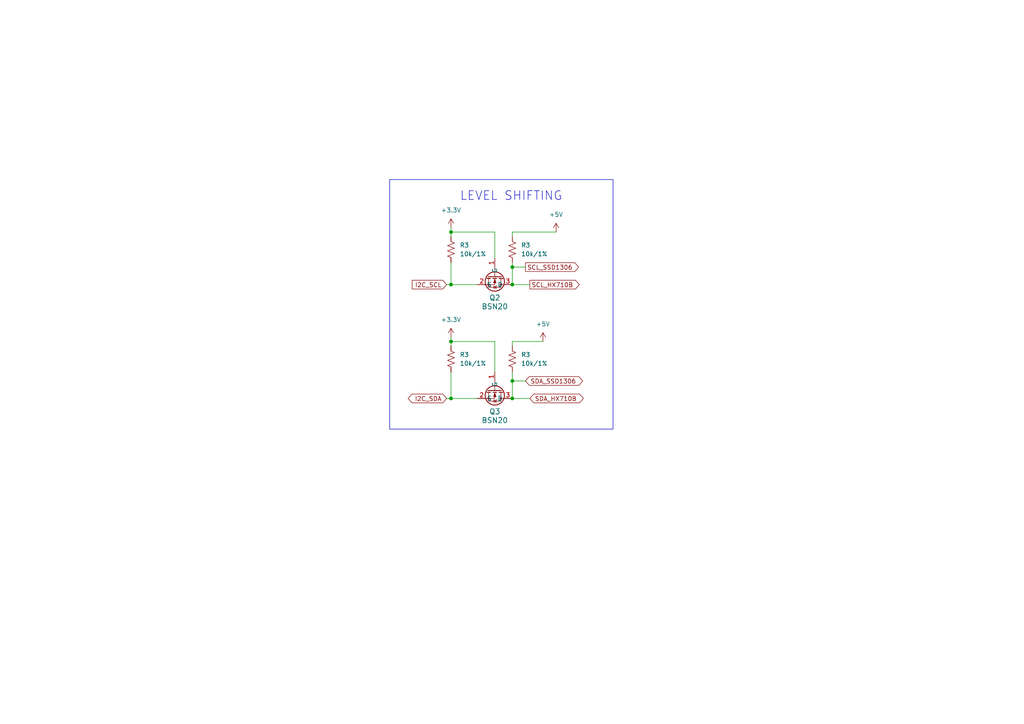
<source format=kicad_sch>
(kicad_sch (version 20230121) (generator eeschema)
  (paper "A4")
  (title_block (title "LEVEL SHIFTING") (date "2023-12-12"))
  (lib_symbols
    (symbol "BSN20BKR:BSN20" (pin_names (offset 0.254))
      (property "Reference" "Q" (at 10.16 1.27 0))
      (property "Value" "BSN20" (at 10.16 -1.27 0))
      (symbol "BSN20_0_1"
        (polyline (pts (xy 1.524 0) (xy -1.27 0)))
        (polyline (pts (xy 1.524 1.905) (xy 1.524 -1.905)) (stroke (width 0.254)))
        (polyline (pts (xy 2.032 -1.27) (xy 2.032 -2.286)) (stroke (width 0.254)))
        (polyline (pts (xy 2.032 0.508) (xy 2.032 -0.508)) (stroke (width 0.254)))
        (polyline (pts (xy 2.032 2.286) (xy 2.032 1.27)) (stroke (width 0.254)))
        (polyline (pts (xy 3.81 2.54) (xy 3.81 1.778)))
        (polyline (pts (xy 3.81 -2.54) (xy 3.81 0) (xy 2.032 0)))
        (polyline (pts (xy 2.032 -1.778) (xy 4.572 -1.778) (xy 4.572 1.778) (xy 2.032 1.778)))
        (polyline (pts (xy 2.286 0) (xy 3.302 0.381) (xy 3.302 -0.381) (xy 2.286 0)) (fill (type outline)))
        (polyline (pts (xy 4.064 0.508) (xy 4.191 0.381) (xy 4.953 0.381) (xy 5.08 0.254)))
        (polyline (pts (xy 4.572 0.381) (xy 4.191 -0.254) (xy 4.953 -0.254) (xy 4.572 0.381)))
        (circle (center 2.921 0) (radius 2.794) (stroke (width 0.254)))
        (circle (center 3.81 -1.778) (radius 0.254) (fill (type outline)))
        (circle (center 3.81 1.778) (radius 0.254) (fill (type outline)))
      )
      (symbol "BSN20_1_1"
        (pin input line (at -3.81 0 0) (length 2.54) (name "G") (number "1"))
        (pin passive line (at 3.81 -5.08 90) (length 2.54) (name "S") (number "2"))
        (pin passive line (at 3.81 5.08 270) (length 2.54) (name "D") (number "3"))
      )
    )
    (symbol "Device:R_US" (pin_numbers hide) (pin_names (offset 0))
      (property "Reference" "R" (at 2.54 0 90))
      (property "Value" "R_US" (at -2.54 0 90))
      (symbol "R_US_0_1"
        (polyline (pts (xy 0 -2.286) (xy 0 -2.54)))
        (polyline (pts (xy 0 2.286) (xy 0 2.54)))
        (polyline (pts (xy 0 -0.762) (xy 1.016 -1.143) (xy 0 -1.524) (xy -1.016 -1.905) (xy 0 -2.286)))
        (polyline (pts (xy 0 0.762) (xy 1.016 0.381) (xy 0 0) (xy -1.016 -0.381) (xy 0 -0.762)))
        (polyline (pts (xy 0 2.286) (xy 1.016 1.905) (xy 0 1.524) (xy -1.016 1.143) (xy 0 0.762)))
      )
      (symbol "R_US_1_1"
        (pin passive line (at 0 3.81 270) (length 1.27) (name "~") (number "1"))
        (pin passive line (at 0 -3.81 90) (length 1.27) (name "~") (number "2"))
      )
    )
    (symbol "power:+3.3V" (power) (pin_names (offset 0))
      (property "Value" "+3.3V" (at 0 3.556 0))
      (symbol "+3.3V_0_1"
        (polyline (pts (xy -0.762 1.27) (xy 0 2.54)))
        (polyline (pts (xy 0 0) (xy 0 2.54)))
        (polyline (pts (xy 0 2.54) (xy 0.762 1.27)))
      )
      (symbol "+3.3V_1_1"
        (pin power_in line (at 0 0 90) (length 0) hide (name "+3.3V") (number "1"))
      )
    )
    (symbol "power:+5V" (power) (pin_names (offset 0))
      (property "Value" "+5V" (at 0 3.556 0))
      (symbol "+5V_0_1"
        (polyline (pts (xy -0.762 1.27) (xy 0 2.54)))
        (polyline (pts (xy 0 0) (xy 0 2.54)))
        (polyline (pts (xy 0 2.54) (xy 0.762 1.27)))
      )
      (symbol "+5V_1_1"
        (pin power_in line (at 0 0 90) (length 0) hide (name "+5V") (number "1"))
      )
    )
  )
  (junction (at 148.59 115.57))
  (junction (at 148.59 77.47))
  (junction (at 130.81 82.55))
  (junction (at 130.81 99.06))
  (junction (at 148.59 110.49))
  (junction (at 148.59 82.55))
  (junction (at 130.81 67.31))
  (junction (at 130.81 115.57))
  (wire (pts (xy 129.54 115.57) (xy 130.81 115.57)))
  (wire (pts (xy 130.81 76.2) (xy 130.81 82.55)))
  (wire (pts (xy 148.59 99.06) (xy 148.59 100.33)))
  (wire (pts (xy 148.59 76.2) (xy 148.59 77.47)))
  (wire (pts (xy 152.4 77.47) (xy 148.59 77.47)))
  (wire (pts (xy 129.54 82.55) (xy 130.81 82.55)))
  (wire (pts (xy 148.59 67.31) (xy 148.59 68.58)))
  (wire (pts (xy 153.67 115.57) (xy 148.59 115.57)))
  (wire (pts (xy 148.59 110.49) (xy 152.4 110.49)))
  (wire (pts (xy 143.51 99.06) (xy 130.81 99.06)))
  (wire (pts (xy 161.29 67.31) (xy 148.59 67.31)))
  (wire (pts (xy 130.81 97.79) (xy 130.81 99.06)))
  (wire (pts (xy 143.51 67.31) (xy 130.81 67.31)))
  (wire (pts (xy 143.51 67.31) (xy 143.51 74.93)))
  (wire (pts (xy 130.81 66.04) (xy 130.81 67.31)))
  (wire (pts (xy 138.43 115.57) (xy 130.81 115.57)))
  (wire (pts (xy 143.51 99.06) (xy 143.51 107.95)))
  (wire (pts (xy 148.59 107.95) (xy 148.59 110.49)))
  (wire (pts (xy 130.81 82.55) (xy 138.43 82.55)))
  (wire (pts (xy 148.59 77.47) (xy 148.59 82.55)))
  (wire (pts (xy 157.48 99.06) (xy 148.59 99.06)))
  (wire (pts (xy 130.81 67.31) (xy 130.81 68.58)))
  (wire (pts (xy 153.67 82.55) (xy 148.59 82.55)))
  (wire (pts (xy 130.81 107.95) (xy 130.81 115.57)))
  (wire (pts (xy 148.59 110.49) (xy 148.59 115.57)))
  (wire (pts (xy 130.81 99.06) (xy 130.81 100.33)))
  (rectangle (start 113.03 52.07) (end 177.8 124.46))
  (text "LEVEL SHIFTING\n" (at 133.35 58.42 0) (effects (font (size 2.54 2.54)) (justify left bottom)))
  (global_label "I2C_SDA" (shape bidirectional) (at 129.54 115.57 180) (property "Intersheetrefs" "${INTERSHEET_REFS}" (effects hide)))
  (global_label "SDA_HX710B" (shape bidirectional) (at 153.67 115.57 0) (property "Intersheetrefs" "${INTERSHEET_REFS}" (effects hide)))
  (global_label "SDA_SSD1306" (shape bidirectional) (at 152.4 110.49 0) (property "Intersheetrefs" "${INTERSHEET_REFS}" (effects hide)))
  (global_label "I2C_SCL" (shape input) (at 129.54 82.55 180) (property "Intersheetrefs" "${INTERSHEET_REFS}" (effects hide)))
  (global_label "SCL_HX710B" (shape output) (at 153.67 82.55 0) (property "Intersheetrefs" "${INTERSHEET_REFS}" (effects hide)))
  (global_label "SCL_SSD1306" (shape output) (at 152.4 77.47 0) (property "Intersheetrefs" "${INTERSHEET_REFS}" (effects hide)))
  (symbol (lib_id "power:+3.3V") (at 130.81 97.79 0) (unit 1)
    (property "Reference" "#PWR070" (effects hide))
    (property "Value" "+3.3V" (at 130.81 92.71 0))
    (instances (project "Brightness_Meter" (path "" (reference "#PWR070") (unit 1)) (path "" (reference "#PWR072") (unit 1)) (path "" (reference "#PWR072") (unit 1))))
  )
  (symbol (lib_id "BSN20BKR:BSN20") (at 143.51 78.74 270) (unit 1)
    (property "Reference" "Q2" (at 143.51 86.36 90) (effects (font (size 1.524 1.524))))
    (property "Value" "BSN20" (at 143.51 88.9 90) (effects (font (size 1.524 1.524))))
    (property "Footprint" "BSN20BKR:SOT23_NEX" (effects hide))
    (property "Datasheet" "BSN20" (effects hide))
    (property "URL" "https://www.thegioiic.com/bsn20bkr-mosfet-kenh-n-50v-173ma-sot-23" (effects hide))
    (instances (project "Brightness_Meter" (path "" (reference "Q2") (unit 1)) (path "" (reference "Q4") (unit 1)) (path "" (reference "Q4") (unit 1))))
  )
  (symbol (lib_id "Device:R_US") (at 130.81 104.14 0) (unit 1)
    (property "Reference" "R3" (at 133.35 102.87 0) (effects (justify left)))
    (property "Value" "10k/1%" (at 133.35 105.41 0) (effects (justify left)))
    (property "Footprint" "Resistor_SMD:R_0603_1608Metric_Pad0.98x0.95mm_HandSolder" (effects hide))
    (property "URL" "https://www.thegioiic.com/dien-tro-10-kohm-0603-1-" (effects hide))
    (instances (project "Brightness_Meter" (path "" (reference "R3") (unit 1)) (path "" (reference "R39") (unit 1)) (path "" (reference "R41") (unit 1)) (path "" (reference "R41") (unit 1))))
  )
  (symbol (lib_id "Device:R_US") (at 148.59 72.39 0) (unit 1)
    (property "Reference" "R3" (at 151.13 71.12 0) (effects (justify left)))
    (property "Value" "10k/1%" (at 151.13 73.66 0) (effects (justify left)))
    (property "Footprint" "Resistor_SMD:R_0603_1608Metric_Pad0.98x0.95mm_HandSolder" (effects hide))
    (property "URL" "https://www.thegioiic.com/dien-tro-10-kohm-0603-1-" (effects hide))
    (instances (project "Brightness_Meter" (path "" (reference "R3") (unit 1)) (path "" (reference "R10") (unit 1)) (path "" (reference "R9") (unit 1))))
  )
  (symbol (lib_id "Device:R_US") (at 148.59 104.14 0) (unit 1)
    (property "Reference" "R3" (at 151.13 102.87 0) (effects (justify left)))
    (property "Value" "10k/1%" (at 151.13 105.41 0) (effects (justify left)))
    (property "Footprint" "Resistor_SMD:R_0603_1608Metric_Pad0.98x0.95mm_HandSolder" (effects hide))
    (property "URL" "https://www.thegioiic.com/dien-tro-10-kohm-0603-1-" (effects hide))
    (instances (project "Brightness_Meter" (path "" (reference "R3") (unit 1)) (path "" (reference "R9") (unit 1)) (path "" (reference "R10") (unit 1))))
  )
  (symbol (lib_id "BSN20BKR:BSN20") (at 143.51 111.76 270) (unit 1)
    (property "Reference" "Q3" (at 143.51 119.38 90) (effects (font (size 1.524 1.524))))
    (property "Value" "BSN20" (at 143.51 121.92 90) (effects (font (size 1.524 1.524))))
    (property "Footprint" "BSN20BKR:SOT23_NEX" (effects hide))
    (property "Datasheet" "BSN20" (effects hide))
    (property "URL" "https://www.thegioiic.com/bsn20bkr-mosfet-kenh-n-50v-173ma-sot-23" (effects hide))
    (instances (project "Brightness_Meter" (path "" (reference "Q3") (unit 1)) (path "" (reference "Q5") (unit 1)) (path "" (reference "Q5") (unit 1))))
  )
  (symbol (lib_id "power:+5V") (at 157.48 99.06 0) (unit 1)
    (property "Reference" "#PWR019" (effects hide))
    (property "Value" "+5V" (at 157.48 93.98 0))
    (instances (project "Brightness_Meter" (path "" (reference "#PWR019") (unit 1)) (path "" (reference "#PWR058") (unit 1))))
  )
  (symbol (lib_id "power:+5V") (at 161.29 67.31 0) (unit 1)
    (property "Reference" "#PWR019" (effects hide))
    (property "Value" "+5V" (at 161.29 62.23 0))
  )
  (symbol (lib_id "Device:R_US") (at 130.81 72.39 0) (unit 1)
    (property "Reference" "R3" (at 133.35 71.12 0) (effects (justify left)))
    (property "Value" "10k/1%" (at 133.35 73.66 0) (effects (justify left)))
    (property "Footprint" "Resistor_SMD:R_0603_1608Metric_Pad0.98x0.95mm_HandSolder" (effects hide))
    (property "URL" "https://www.thegioiic.com/dien-tro-10-kohm-0603-1-" (effects hide))
    (instances (project "Brightness_Meter" (path "" (reference "R3") (unit 1)) (path "" (reference "R38") (unit 1)) (path "" (reference "R40") (unit 1)) (path "" (reference "R40") (unit 1))))
  )
  (symbol (lib_id "power:+3.3V") (at 130.81 66.04 0) (unit 1)
    (property "Reference" "#PWR069" (effects hide))
    (property "Value" "+3.3V" (at 130.81 60.96 0))
    (instances (project "Brightness_Meter" (path "" (reference "#PWR069") (unit 1)) (path "" (reference "#PWR071") (unit 1)) (path "" (reference "#PWR071") (unit 1))))
  )
)
</source>
